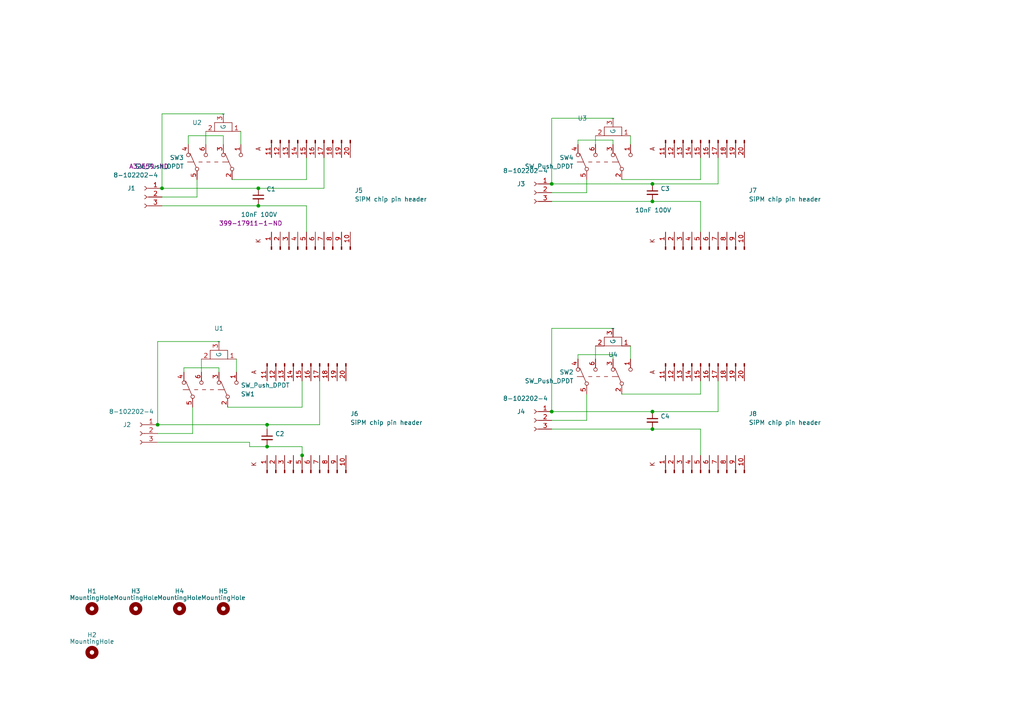
<source format=kicad_sch>
(kicad_sch (version 20230121) (generator eeschema)
  (paper "A4")
  (title_block (title "DarkQuest Quad SiPM Motherboard") (rev "8.1") (company "Boston University Department of Physics") (comment 1 "Accepts chip carrier with SiPM") (comment 2 "Pins go on motherboard and sockets go on chip carrier") (comment 3 "Rev 8.1 has a switch for attenuator"))
  (lib_symbols
    (symbol "Analog:D10AA20Z4"
      (property "Reference" "U" (at 0 2.54 0))
      (symbol "D10AA20Z4_1_1"
        (rectangle (start -2.54 1.27) (end 2.54 -1.27))
        (pin passive line (at -5.08 1.27 0) (length 2.54) (name "") (number "1"))
        (pin passive line (at 5.08 1.27 180) (length 2.54) (name "") (number "2"))
        (pin passive line (at 0 -3.81 90) (length 2.54) (name "G") (number "3"))
      )
    )
    (symbol "Connector:Conn_01x03_Female" (pin_names (offset 1.016) hide)
      (property "Reference" "J" (at 0 5.08 0))
      (property "Value" "Conn_01x03_Female" (at 0 -5.08 0))
      (symbol "Conn_01x03_Female_1_1"
        (arc (start 0 -2.032) (mid -0.5058 -2.54) (end 0 -3.048) (stroke (width 0.1524)))
        (polyline (pts (xy -1.27 -2.54) (xy -0.508 -2.54)) (stroke (width 0.1524)))
        (polyline (pts (xy -1.27 0) (xy -0.508 0)) (stroke (width 0.1524)))
        (polyline (pts (xy -1.27 2.54) (xy -0.508 2.54)) (stroke (width 0.1524)))
        (arc (start 0 0.508) (mid -0.5058 0) (end 0 -0.508) (stroke (width 0.1524)))
        (arc (start 0 3.048) (mid -0.5058 2.54) (end 0 2.032) (stroke (width 0.1524)))
        (pin passive line (at -5.08 2.54 0) (length 3.81) (name "Pin_1") (number "1"))
        (pin passive line (at -5.08 0 0) (length 3.81) (name "Pin_2") (number "2"))
        (pin passive line (at -5.08 -2.54 0) (length 3.81) (name "Pin_3") (number "3"))
      )
    )
    (symbol "Connector:sipm_chip_carrier_pin_header" (pin_names (offset 1.016) hide)
      (property "Reference" "J" (at -16.51 12.7 0))
      (property "Value" "SiPM chip pin header" (at 0 -16.51 0))
      (symbol "sipm_chip_carrier_pin_header_1_1"
        (rectangle (start -15.6464 -12.573) (end -16.51 -12.827) (stroke (width 0.1524)) (fill (type outline)))
        (rectangle (start -15.6464 -10.033) (end -16.51 -10.287) (stroke (width 0.1524)) (fill (type outline)))
        (rectangle (start -15.6464 -7.493) (end -16.51 -7.747) (stroke (width 0.1524)) (fill (type outline)))
        (rectangle (start -15.6464 -4.953) (end -16.51 -5.207) (stroke (width 0.1524)) (fill (type outline)))
        (rectangle (start -15.6464 -2.413) (end -16.51 -2.667) (stroke (width 0.1524)) (fill (type outline)))
        (rectangle (start -15.6464 0.127) (end -16.51 -0.127) (stroke (width 0.1524)) (fill (type outline)))
        (rectangle (start -15.6464 2.667) (end -16.51 2.413) (stroke (width 0.1524)) (fill (type outline)))
        (rectangle (start -15.6464 5.207) (end -16.51 4.953) (stroke (width 0.1524)) (fill (type outline)))
        (rectangle (start -15.6464 7.747) (end -16.51 7.493) (stroke (width 0.1524)) (fill (type outline)))
        (rectangle (start -15.6464 10.287) (end -16.51 10.033) (stroke (width 0.1524)) (fill (type outline)))
        (polyline (pts (xy -15.24 -12.7) (xy -15.6464 -12.7)) (stroke (width 0.1524)))
        (polyline (pts (xy -15.24 -10.16) (xy -15.6464 -10.16)) (stroke (width 0.1524)))
        (polyline (pts (xy -15.24 -7.62) (xy -15.6464 -7.62)) (stroke (width 0.1524)))
        (polyline (pts (xy -15.24 -5.08) (xy -15.6464 -5.08)) (stroke (width 0.1524)))
        (polyline (pts (xy -15.24 -2.54) (xy -15.6464 -2.54)) (stroke (width 0.1524)))
        (polyline (pts (xy -15.24 0) (xy -15.6464 0)) (stroke (width 0.1524)))
        (polyline (pts (xy -15.24 2.54) (xy -15.6464 2.54)) (stroke (width 0.1524)))
        (polyline (pts (xy -15.24 5.08) (xy -15.6464 5.08)) (stroke (width 0.1524)))
        (polyline (pts (xy -15.24 7.62) (xy -15.6464 7.62)) (stroke (width 0.1524)))
        (polyline (pts (xy -15.24 10.16) (xy -15.6464 10.16)) (stroke (width 0.1524)))
        (polyline (pts (xy 13.97 -12.7) (xy 14.3764 -12.7)) (stroke (width 0.1524)))
        (polyline (pts (xy 13.97 -10.16) (xy 14.3764 -10.16)) (stroke (width 0.1524)))
        (polyline (pts (xy 13.97 -7.62) (xy 14.3764 -7.62)) (stroke (width 0.1524)))
        (polyline (pts (xy 13.97 -5.08) (xy 14.3764 -5.08)) (stroke (width 0.1524)))
        (polyline (pts (xy 13.97 -2.54) (xy 14.3764 -2.54)) (stroke (width 0.1524)))
        (polyline (pts (xy 13.97 0) (xy 14.3764 0)) (stroke (width 0.1524)))
        (polyline (pts (xy 13.97 2.54) (xy 14.3764 2.54)) (stroke (width 0.1524)))
        (polyline (pts (xy 13.97 5.08) (xy 14.3764 5.08)) (stroke (width 0.1524)))
        (polyline (pts (xy 13.97 7.62) (xy 14.3764 7.62)) (stroke (width 0.1524)))
        (polyline (pts (xy 13.97 10.16) (xy 14.3764 10.16)) (stroke (width 0.1524)))
        (rectangle (start 15.24 -12.827) (end 14.3764 -12.573) (stroke (width 0.1524)) (fill (type outline)))
        (rectangle (start 15.24 -10.287) (end 14.3764 -10.033) (stroke (width 0.1524)) (fill (type outline)))
        (rectangle (start 15.24 -7.747) (end 14.3764 -7.493) (stroke (width 0.1524)) (fill (type outline)))
        (rectangle (start 15.24 -5.207) (end 14.3764 -4.953) (stroke (width 0.1524)) (fill (type outline)))
        (rectangle (start 15.24 -2.667) (end 14.3764 -2.413) (stroke (width 0.1524)) (fill (type outline)))
        (rectangle (start 15.24 -0.127) (end 14.3764 0.127) (stroke (width 0.1524)) (fill (type outline)))
        (rectangle (start 15.24 2.413) (end 14.3764 2.667) (stroke (width 0.1524)) (fill (type outline)))
        (rectangle (start 15.24 4.953) (end 14.3764 5.207) (stroke (width 0.1524)) (fill (type outline)))
        (rectangle (start 15.24 7.493) (end 14.3764 7.747) (stroke (width 0.1524)) (fill (type outline)))
        (rectangle (start 15.24 10.033) (end 14.3764 10.287) (stroke (width 0.1524)) (fill (type outline)))
        (text "A" (at 12.7 13.97 0) (effects (font (size 1.27 1.27))))
        (text "K" (at -13.97 13.97 0) (effects (font (size 1.27 1.27))))
        (pin passive line (at -11.43 10.16 180) (length 3.81) (name "Pin_1") (number "1"))
        (pin passive line (at -11.43 -12.7 180) (length 3.81) (name "Pin_10") (number "10"))
        (pin passive line (at 10.16 10.16 0) (length 3.81) (name "Pin_1") (number "11"))
        (pin passive line (at 10.16 7.62 0) (length 3.81) (name "Pin_2") (number "12"))
        (pin passive line (at 10.16 5.08 0) (length 3.81) (name "Pin_3") (number "13"))
        (pin passive line (at 10.16 2.54 0) (length 3.81) (name "Pin_4") (number "14"))
        (pin passive line (at 10.16 0 0) (length 3.81) (name "Pin_5") (number "15"))
        (pin passive line (at 10.16 -2.54 0) (length 3.81) (name "Pin_6") (number "16"))
        (pin passive line (at 10.16 -5.08 0) (length 3.81) (name "Pin_7") (number "17"))
        (pin passive line (at 10.16 -7.62 0) (length 3.81) (name "Pin_8") (number "18"))
        (pin passive line (at 10.16 -10.16 0) (length 3.81) (name "Pin_9") (number "19"))
        (pin passive line (at -11.43 7.62 180) (length 3.81) (name "Pin_2") (number "2"))
        (pin passive line (at 10.16 -12.7 0) (length 3.81) (name "Pin_10") (number "20"))
        (pin passive line (at -11.43 5.08 180) (length 3.81) (name "Pin_3") (number "3"))
        (pin passive line (at -11.43 2.54 180) (length 3.81) (name "Pin_4") (number "4"))
        (pin passive line (at -11.43 0 180) (length 3.81) (name "Pin_5") (number "5"))
        (pin passive line (at -11.43 -2.54 180) (length 3.81) (name "Pin_6") (number "6"))
        (pin passive line (at -11.43 -5.08 180) (length 3.81) (name "Pin_7") (number "7"))
        (pin passive line (at -11.43 -7.62 180) (length 3.81) (name "Pin_8") (number "8"))
        (pin passive line (at -11.43 -10.16 180) (length 3.81) (name "Pin_9") (number "9"))
      )
    )
    (symbol "Device:C_Small" (pin_numbers hide) (pin_names (offset 0.254) hide)
      (property "Reference" "C" (at 0.254 1.778 0))
      (property "Value" "C_Small" (at 0.254 -2.032 0))
      (symbol "C_Small_0_1"
        (polyline (pts (xy -1.524 -0.508) (xy 1.524 -0.508)) (stroke (width 0.3302)))
        (polyline (pts (xy -1.524 0.508) (xy 1.524 0.508)) (stroke (width 0.3048)))
      )
      (symbol "C_Small_1_1"
        (pin passive line (at 0 2.54 270) (length 2.032) (name "~") (number "1"))
        (pin passive line (at 0 -2.54 90) (length 2.032) (name "~") (number "2"))
      )
    )
    (symbol "Mechanical:MountingHole" (pin_names (offset 1.016))
      (property "Reference" "H" (at 0 5.08 0))
      (property "Value" "MountingHole" (at 0 3.175 0))
      (symbol "MountingHole_0_1"
        (circle (center 0 0) (radius 1.27) (stroke (width 1.27)))
      )
    )
    (symbol "Switch:Nidec_DPDT" (pin_names (offset 0) hide)
      (property "Reference" "SW" (at 0 8.89 0))
      (property "Value" "SW_Push_DPDT" (at 0 -10.16 0))
      (symbol "Nidec_DPDT_0_0"
        (circle (center -2.032 -5.08) (radius 0.508))
        (circle (center -2.032 5.08) (radius 0.508))
        (circle (center 2.032 -7.62) (radius 0.508))
        (circle (center 2.032 2.54) (radius 0.508))
      )
      (symbol "Nidec_DPDT_0_1"
        (polyline (pts (xy -1.524 -4.826) (xy 2.54 -3.048)))
        (polyline (pts (xy -1.524 5.334) (xy 2.54 7.112)))
        (polyline (pts (xy 0 -2.286) (xy 0 -4.064)))
        (polyline (pts (xy 0 -1.016) (xy 0 0)))
        (polyline (pts (xy 0 1.27) (xy 0 2.286)))
        (polyline (pts (xy 0 3.556) (xy 0 4.572)))
        (polyline (pts (xy 0 7.874) (xy 0 6.096)))
        (circle (center 2.032 -2.54) (radius 0.508))
        (circle (center 2.032 7.62) (radius 0.508))
      )
      (symbol "Nidec_DPDT_1_1"
        (pin passive line (at 5.08 -7.62 180) (length 2.54) (name "C") (number "1"))
        (pin passive line (at -5.08 -5.08 0) (length 2.54) (name "2") (number "2"))
        (pin passive line (at 5.08 -2.54 180) (length 2.54) (name "A") (number "3"))
        (pin passive line (at 5.08 7.62 180) (length 2.54) (name "A") (number "4"))
        (pin passive line (at -5.08 5.08 0) (length 2.54) (name "B") (number "5"))
        (pin passive line (at 5.08 2.54 180) (length 2.54) (name "0") (number "6"))
      )
    )
  )
  (junction (at 74.93 54.61))
  (junction (at 189.23 124.46))
  (junction (at 160.02 119.38))
  (junction (at 74.93 59.69))
  (junction (at 77.47 123.19))
  (junction (at 45.72 123.19))
  (junction (at 189.23 119.38))
  (junction (at 189.23 53.34))
  (junction (at 77.47 129.54))
  (junction (at 160.02 53.34))
  (junction (at 46.99 54.61))
  (junction (at 189.23 58.42))
  (junction (at 87.63 132.08))
  (wire (pts (xy 55.88 125.73) (xy 55.88 118.11)))
  (wire (pts (xy 160.02 124.46) (xy 189.23 124.46)))
  (wire (pts (xy 177.8 104.14) (xy 177.8 102.87)))
  (wire (pts (xy 45.72 99.06) (xy 45.72 123.19)))
  (wire (pts (xy 54.61 39.37) (xy 54.61 41.91)))
  (wire (pts (xy 160.02 53.34) (xy 160.02 34.29)))
  (wire (pts (xy 160.02 121.92) (xy 170.18 121.92)))
  (wire (pts (xy 46.99 33.02) (xy 46.99 54.61)))
  (wire (pts (xy 77.47 123.19) (xy 77.47 124.46)))
  (wire (pts (xy 182.88 100.33) (xy 182.88 104.14)))
  (wire (pts (xy 54.61 39.37) (xy 64.77 39.37)))
  (wire (pts (xy 160.02 34.29) (xy 177.8 34.29)))
  (wire (pts (xy 45.72 128.27) (xy 72.39 128.27)))
  (wire (pts (xy 177.8 40.64) (xy 177.8 41.91)))
  (wire (pts (xy 87.63 132.08) (xy 87.63 129.54)))
  (wire (pts (xy 87.63 129.54) (xy 77.47 129.54)))
  (wire (pts (xy 46.99 59.69) (xy 74.93 59.69)))
  (wire (pts (xy 167.64 41.91) (xy 167.64 40.64)))
  (wire (pts (xy 172.72 100.33) (xy 172.72 104.14)))
  (wire (pts (xy 63.5 106.68) (xy 63.5 107.95)))
  (wire (pts (xy 93.98 54.61) (xy 74.93 54.61)))
  (wire (pts (xy 77.47 123.19) (xy 45.72 123.19)))
  (wire (pts (xy 167.64 102.87) (xy 167.64 104.14)))
  (wire (pts (xy 208.28 119.38) (xy 189.23 119.38)))
  (wire (pts (xy 160.02 119.38) (xy 189.23 119.38)))
  (wire (pts (xy 59.69 38.1) (xy 59.69 41.91)))
  (wire (pts (xy 72.39 128.27) (xy 72.39 129.54)))
  (wire (pts (xy 93.98 45.72) (xy 93.98 54.61)))
  (wire (pts (xy 88.9 59.69) (xy 74.93 59.69)))
  (wire (pts (xy 203.2 132.08) (xy 203.2 124.46)))
  (wire (pts (xy 180.34 52.07) (xy 203.2 52.07)))
  (wire (pts (xy 160.02 95.25) (xy 177.8 95.25)))
  (wire (pts (xy 58.42 104.14) (xy 58.42 107.95)))
  (wire (pts (xy 53.34 107.95) (xy 53.34 106.68)))
  (wire (pts (xy 160.02 58.42) (xy 189.23 58.42)))
  (wire (pts (xy 182.88 39.37) (xy 182.88 41.91)))
  (wire (pts (xy 160.02 53.34) (xy 189.23 53.34)))
  (wire (pts (xy 180.34 114.3) (xy 203.2 114.3)))
  (wire (pts (xy 177.8 102.87) (xy 167.64 102.87)))
  (wire (pts (xy 46.99 54.61) (xy 74.93 54.61)))
  (wire (pts (xy 57.15 52.07) (xy 57.15 57.15)))
  (wire (pts (xy 172.72 39.37) (xy 172.72 41.91)))
  (wire (pts (xy 87.63 110.49) (xy 87.63 118.11)))
  (wire (pts (xy 64.77 39.37) (xy 64.77 41.91)))
  (wire (pts (xy 88.9 45.72) (xy 88.9 52.07)))
  (wire (pts (xy 203.2 114.3) (xy 203.2 110.49)))
  (wire (pts (xy 203.2 67.31) (xy 203.2 58.42)))
  (wire (pts (xy 64.77 33.02) (xy 46.99 33.02)))
  (wire (pts (xy 88.9 52.07) (xy 67.31 52.07)))
  (wire (pts (xy 45.72 125.73) (xy 55.88 125.73)))
  (wire (pts (xy 170.18 114.3) (xy 170.18 121.92)))
  (wire (pts (xy 45.72 99.06) (xy 63.5 99.06)))
  (wire (pts (xy 88.9 67.31) (xy 88.9 59.69)))
  (wire (pts (xy 87.63 134.62) (xy 87.63 132.08)))
  (wire (pts (xy 208.28 45.72) (xy 208.28 53.34)))
  (wire (pts (xy 57.15 57.15) (xy 46.99 57.15)))
  (wire (pts (xy 69.85 38.1) (xy 69.85 41.91)))
  (wire (pts (xy 92.71 123.19) (xy 77.47 123.19)))
  (wire (pts (xy 160.02 95.25) (xy 160.02 119.38)))
  (wire (pts (xy 92.71 110.49) (xy 92.71 123.19)))
  (wire (pts (xy 208.28 110.49) (xy 208.28 119.38)))
  (wire (pts (xy 68.58 104.14) (xy 68.58 107.95)))
  (wire (pts (xy 87.63 118.11) (xy 66.04 118.11)))
  (wire (pts (xy 203.2 58.42) (xy 189.23 58.42)))
  (wire (pts (xy 72.39 129.54) (xy 77.47 129.54)))
  (wire (pts (xy 203.2 124.46) (xy 189.23 124.46)))
  (wire (pts (xy 208.28 53.34) (xy 189.23 53.34)))
  (wire (pts (xy 167.64 40.64) (xy 177.8 40.64)))
  (wire (pts (xy 170.18 55.88) (xy 170.18 52.07)))
  (wire (pts (xy 160.02 55.88) (xy 170.18 55.88)))
  (wire (pts (xy 203.2 52.07) (xy 203.2 45.72)))
  (wire (pts (xy 53.34 106.68) (xy 63.5 106.68)))
  (symbol (lib_id "Connector:Conn_01x03_Female") (at 41.91 57.15 0) (mirror y) (unit 1)
    (property "Reference" "J1" (at 38.1 54.61 0))
    (property "Value" "8-102202-4" (at 39.37 50.8 0))
    (property "Footprint" "Connector_PinHeader_2.54mm:PinHeader_1x03_P2.54mm_Vertical" (effects hide))
    (property "DigiKey" "A32559-ND" (at 43.18 48.26 0))
  )
  (symbol (lib_id "Device:C_Small") (at 74.93 57.15 0) (unit 1)
    (property "Reference" "C1" (at 77.2668 54.8386 0) (effects (justify left)))
    (property "Value" "10nF 100V" (at 69.85 62.23 0) (effects (justify left)))
    (property "Footprint" "Capacitor_SMD:C_1206_3216Metric_Pad1.33x1.80mm_HandSolder" (effects hide))
    (property "DigiKey" "399-17911-1-ND" (at 63.5 64.77 0) (effects (justify left)))
  )
  (symbol (lib_id "Connector:Conn_01x03_Female") (at 154.94 55.88 0) (mirror y) (unit 1)
    (property "Reference" "J3" (at 151.13 53.34 0))
    (property "Value" "8-102202-4" (at 152.4 49.53 0))
    (property "Footprint" "Connector_PinHeader_2.54mm:PinHeader_1x03_P2.54mm_Vertical" (effects hide))
    (property "DigiKey" "A32559-ND" (effects hide))
  )
  (symbol (lib_id "Device:C_Small") (at 189.23 55.88 0) (unit 1)
    (property "Reference" "C3" (at 191.5668 54.7116 0) (effects (justify left)))
    (property "Value" "10nF 100V" (at 184.15 60.96 0) (effects (justify left)))
    (property "Footprint" "Capacitor_SMD:C_1206_3216Metric_Pad1.33x1.80mm_HandSolder" (effects hide))
    (property "DigiKey" "399-17911-1-ND" (effects hide))
  )
  (symbol (lib_id "Connector:Conn_01x03_Female") (at 40.64 125.73 0) (mirror y) (unit 1)
    (property "Reference" "J2" (at 36.83 123.19 0))
    (property "Value" "8-102202-4" (at 38.1 119.38 0))
    (property "Footprint" "Connector_PinHeader_2.54mm:PinHeader_1x03_P2.54mm_Vertical" (effects hide))
    (property "DigiKey" "A32559-ND" (effects hide))
  )
  (symbol (lib_id "Device:C_Small") (at 77.47 127 0) (unit 1)
    (property "Reference" "C2" (at 79.8068 125.8316 0) (effects (justify left)))
    (property "Value" "10nF 100V" (effects hide))
    (property "Footprint" "Capacitor_SMD:C_1206_3216Metric_Pad1.33x1.80mm_HandSolder" (effects hide))
    (property "DigiKey" "399-17911-1-ND" (effects hide))
  )
  (symbol (lib_id "Connector:Conn_01x03_Female") (at 154.94 121.92 0) (mirror y) (unit 1)
    (property "Reference" "J4" (at 151.13 119.38 0))
    (property "Value" "8-102202-4" (at 152.4 115.57 0))
    (property "Footprint" "Connector_PinHeader_2.54mm:PinHeader_1x03_P2.54mm_Vertical" (effects hide))
    (property "DigiKey" "A32559-ND" (effects hide))
  )
  (symbol (lib_id "Device:C_Small") (at 189.23 121.92 0) (unit 1)
    (property "Reference" "C4" (at 191.5668 120.7516 0) (effects (justify left)))
    (property "Value" "10nF 100V" (effects hide))
    (property "Footprint" "Capacitor_SMD:C_1206_3216Metric_Pad1.33x1.80mm_HandSolder" (effects hide))
    (property "DigiKey" "399-17911-1-ND" (effects hide))
  )
  (symbol (lib_id "Mechanical:MountingHole") (at 26.67 176.53 0) (unit 1)
    (property "Reference" "H1" (at 26.67 171.45 0))
    (property "Value" "MountingHole" (at 26.67 173.355 0))
    (property "Footprint" "quad_sipm:MountingHole_6.4_pad" (effects hide))
  )
  (symbol (lib_id "Mechanical:MountingHole") (at 39.37 176.53 0) (unit 1)
    (property "Reference" "H3" (at 39.37 171.45 0))
    (property "Value" "MountingHole" (at 39.37 173.355 0))
    (property "Footprint" "quad_sipm:MountingHole_6.4_pad" (effects hide))
  )
  (symbol (lib_id "Mechanical:MountingHole") (at 52.07 176.53 0) (unit 1)
    (property "Reference" "H4" (at 52.07 171.45 0))
    (property "Value" "MountingHole" (at 52.07 173.355 0))
    (property "Footprint" "quad_sipm:MountingHole_6.4_pad" (effects hide))
  )
  (symbol (lib_id "Mechanical:MountingHole") (at 64.77 176.53 0) (unit 1)
    (property "Reference" "H5" (at 64.77 171.45 0))
    (property "Value" "MountingHole" (at 64.77 173.355 0))
    (property "Footprint" "quad_sipm:MountingHole_6.4_pad" (effects hide))
  )
  (symbol (lib_id "Mechanical:MountingHole") (at 26.67 189.23 0) (unit 1)
    (property "Reference" "H2" (at 26.67 184.15 0))
    (property "Value" "MountingHole" (at 26.67 186.055 0))
    (property "Footprint" "quad_sipm:MountingHole_8.4mm_M8_Pad" (effects hide))
  )
  (symbol (lib_id "Connector:sipm_chip_carrier_pin_header") (at 203.2 120.65 90) (unit 1)
    (property "Reference" "J8" (at 217.17 120.015 90) (effects (justify right)))
    (property "Value" "SiPM chip pin header" (at 217.17 122.555 90) (effects (justify right)))
    (property "Footprint" "Connector_PinHeader_2.54mm:chip_carrier_pin_header" (effects hide))
  )
  (symbol (lib_id "Analog:D10AA20Z4") (at 177.8 38.1 180) (unit 1)
    (property "Reference" "U3" (at 168.91 34.29 0))
    (property "Value" "~" (at 177.8 34.29 0))
    (property "Footprint" "Resistor_SMD:D10AA20Z4" (effects hide))
  )
  (symbol (lib_id "Analog:D10AA20Z4") (at 63.5 102.87 180) (unit 1)
    (property "Reference" "U1" (at 63.5 95.25 0))
    (property "Value" "~" (at 63.5 99.06 0))
    (property "Footprint" "Resistor_SMD:D10AA20Z4" (effects hide))
  )
  (symbol (lib_id "Switch:Nidec_DPDT") (at 60.96 113.03 90) (unit 1)
    (property "Reference" "SW1" (at 69.85 114.3 90) (effects (justify right)))
    (property "Value" "SW_Push_DPDT" (at 69.85 111.76 90) (effects (justify right)))
    (property "Footprint" "Relay_SMD:Nidec_DPDT_CS422YTA" (effects hide))
  )
  (symbol (lib_id "Switch:Nidec_DPDT") (at 62.23 46.99 90) (unit 1)
    (property "Reference" "SW3" (at 53.34 45.72 90) (effects (justify left)))
    (property "Value" "SW_Push_DPDT" (at 53.34 48.26 90) (effects (justify left)))
    (property "Footprint" "Relay_SMD:Nidec_DPDT_CS422YTA" (effects hide))
  )
  (symbol (lib_id "Connector:sipm_chip_carrier_pin_header") (at 87.63 120.65 90) (unit 1)
    (property "Reference" "J6" (at 101.6 120.015 90) (effects (justify right)))
    (property "Value" "SiPM chip pin header" (at 101.6 122.555 90) (effects (justify right)))
    (property "Footprint" "Connector_PinHeader_2.54mm:chip_carrier_pin_header" (effects hide))
  )
  (symbol (lib_id "Switch:Nidec_DPDT") (at 175.26 109.22 90) (unit 1)
    (property "Reference" "SW2" (at 166.37 107.95 90) (effects (justify left)))
    (property "Value" "SW_Push_DPDT" (at 166.37 110.49 90) (effects (justify left)))
    (property "Footprint" "Relay_SMD:Nidec_DPDT_CS422YTA" (effects hide))
  )
  (symbol (lib_id "Analog:D10AA20Z4") (at 64.77 36.83 180) (unit 1)
    (property "Reference" "U2" (at 57.15 35.56 0))
    (property "Value" "~" (at 64.77 33.02 0))
    (property "Footprint" "Resistor_SMD:D10AA20Z4" (effects hide))
  )
  (symbol (lib_id "Connector:sipm_chip_carrier_pin_header") (at 203.2 55.88 90) (unit 1)
    (property "Reference" "J7" (at 217.17 55.245 90) (effects (justify right)))
    (property "Value" "SiPM chip pin header" (at 217.17 57.785 90) (effects (justify right)))
    (property "Footprint" "Connector_PinHeader_2.54mm:chip_carrier_pin_header" (effects hide))
  )
  (symbol (lib_id "Analog:D10AA20Z4") (at 177.8 99.06 180) (unit 1)
    (property "Reference" "U4" (at 177.8 102.87 0))
    (property "Value" "~" (at 177.8 95.25 0))
    (property "Footprint" "Resistor_SMD:D10AA20Z4" (effects hide))
  )
  (symbol (lib_id "Connector:sipm_chip_carrier_pin_header") (at 88.9 55.88 90) (unit 1)
    (property "Reference" "J5" (at 102.87 55.245 90) (effects (justify right)))
    (property "Value" "SiPM chip pin header" (at 102.87 57.785 90) (effects (justify right)))
    (property "Footprint" "Connector_PinHeader_2.54mm:chip_carrier_pin_header" (effects hide))
  )
  (symbol (lib_id "Switch:Nidec_DPDT") (at 175.26 46.99 90) (unit 1)
    (property "Reference" "SW4" (at 166.37 45.72 90) (effects (justify left)))
    (property "Value" "SW_Push_DPDT" (at 166.37 48.26 90) (effects (justify left)))
    (property "Footprint" "Relay_SMD:Nidec_DPDT_CS422YTA" (effects hide))
  )
)
</source>
